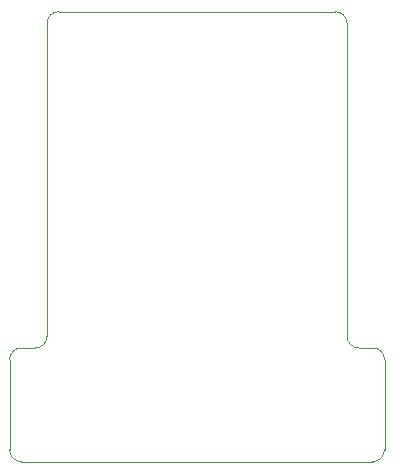
<source format=gbr>
%TF.GenerationSoftware,Altium Limited,Altium Designer,23.8.1 (32)*%
G04 Layer_Color=0*
%FSLAX26Y26*%
%MOIN*%
%TF.SameCoordinates,B48688C3-A13A-492E-84A6-6931980A1D19*%
%TF.FilePolarity,Positive*%
%TF.FileFunction,Profile,NP*%
%TF.Part,Single*%
G01*
G75*
%TA.AperFunction,Profile*%
%ADD45C,0.001000*%
D45*
X500000Y1271259D02*
G03*
X460630Y1310630I-39370J0D01*
G01*
X-460630D01*
D02*
G03*
X-500000Y1271259I-0J-39370D01*
G01*
Y228740D01*
D02*
G02*
X-539370Y189370I-39370J-0D01*
G01*
X-585630D01*
D02*
G03*
X-625000Y150000I-0J-39370D01*
G01*
Y-150000D01*
D02*
G03*
X-585630Y-189370I39370J-0D01*
G01*
X585630D01*
D02*
G03*
X625000Y-150000I0J39370D01*
G01*
Y150000D01*
D02*
G03*
X585630Y189370I-39370J0D01*
G01*
X539370D01*
D02*
G02*
X500000Y228740I-0J39370D01*
G01*
Y1271259D01*
%TF.MD5,42e29003caba6180676174e443055cea*%
M02*

</source>
